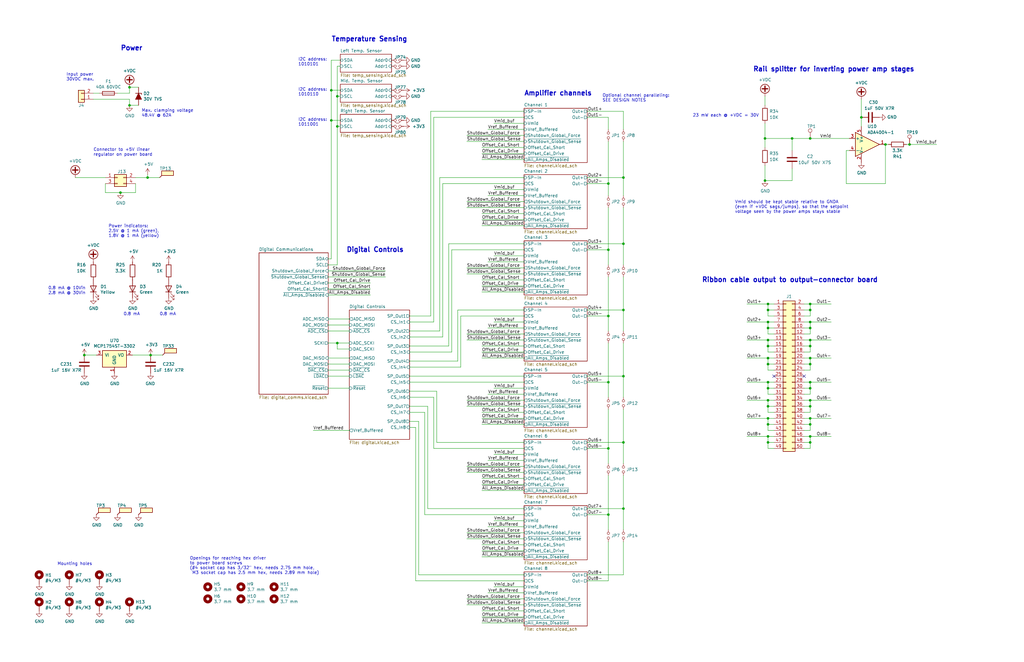
<source format=kicad_sch>
(kicad_sch (version 20211123) (generator eeschema)
  (paper "B")
  (title_block (title "Shim amplifier control board") (date "2023-05-04") (rev "D4") (company "Martinos Center @ MGH") (comment 1 "Don Straney"))
  (junction (at 341.63 128.27))
  (junction (at 262.89 186.69))
  (junction (at 62.23 74.93))
  (junction (at 341.63 138.43))
  (junction (at 323.85 179.07))
  (junction (at 54.61 36.83))
  (junction (at 323.85 135.89))
  (junction (at 323.85 168.91))
  (junction (at 35.56 149.86))
  (junction (at 262.89 214.63))
  (junction (at 341.63 135.89))
  (junction (at 323.85 184.15))
  (junction (at 341.63 184.15))
  (junction (at 341.63 146.05))
  (junction (at 341.63 171.45))
  (junction (at 256.54 133.35))
  (junction (at 341.63 58.42))
  (junction (at 262.89 102.87))
  (junction (at 139.7 50.8))
  (junction (at 341.63 179.07))
  (junction (at 334.01 58.42))
  (junction (at 373.38 60.96))
  (junction (at 262.89 130.81))
  (junction (at 341.63 130.81))
  (junction (at 341.63 153.67))
  (junction (at 363.22 49.53))
  (junction (at 323.85 176.53))
  (junction (at 322.58 76.2))
  (junction (at 142.24 40.64))
  (junction (at 323.85 128.27))
  (junction (at 142.24 53.34))
  (junction (at 256.54 189.23))
  (junction (at 323.85 161.29))
  (junction (at 262.89 158.75))
  (junction (at 256.54 77.47))
  (junction (at 341.63 176.53))
  (junction (at 323.85 186.69))
  (junction (at 383.54 60.96))
  (junction (at 50.8 81.28))
  (junction (at 142.24 144.78))
  (junction (at 256.54 161.29))
  (junction (at 323.85 138.43))
  (junction (at 323.85 143.51))
  (junction (at 262.89 74.93))
  (junction (at 139.7 38.1))
  (junction (at 256.54 217.17))
  (junction (at 63.5 149.86))
  (junction (at 323.85 151.13))
  (junction (at 341.63 161.29))
  (junction (at 256.54 105.41))
  (junction (at 323.85 171.45))
  (junction (at 341.63 163.83))
  (junction (at 323.85 153.67))
  (junction (at 323.85 146.05))
  (junction (at 341.63 143.51))
  (junction (at 323.85 163.83))
  (junction (at 322.58 58.42))
  (junction (at 341.63 168.91))
  (junction (at 323.85 130.81))
  (junction (at 341.63 151.13))
  (junction (at 341.63 186.69))
  (junction (at 54.61 44.45))
  (no_connect (at 339.09 158.75))
  (no_connect (at 326.39 158.75))
  (wire (pts (xy 220.98 49.53) (xy 182.88 49.53)))
  (wire (pts (xy 339.09 181.61) (xy 341.63 181.61)))
  (wire (pts (xy 220.98 222.25) (xy 205.74 222.25)))
  (wire (pts (xy 326.39 173.99) (xy 323.85 173.99)))
  (wire (pts (xy 262.89 144.78) (xy 262.89 158.75)))
  (wire (pts (xy 341.63 133.35) (xy 341.63 130.81)))
  (wire (pts (xy 256.54 139.7) (xy 256.54 133.35)))
  (wire (pts (xy 339.09 140.97) (xy 341.63 140.97)))
  (wire (pts (xy 247.65 245.11) (xy 256.54 245.11)))
  (wire (pts (xy 63.5 149.86) (xy 68.58 149.86)))
  (wire (pts (xy 142.24 27.94) (xy 142.24 40.64)))
  (wire (pts (xy 323.85 173.99) (xy 323.85 171.45)))
  (wire (pts (xy 175.26 245.11) (xy 220.98 245.11)))
  (wire (pts (xy 184.15 186.69) (xy 220.98 186.69)))
  (wire (pts (xy 220.98 95.25) (xy 203.2 95.25)))
  (wire (pts (xy 247.65 217.17) (xy 256.54 217.17)))
  (wire (pts (xy 175.26 180.34) (xy 172.72 180.34)))
  (wire (pts (xy 262.89 172.72) (xy 262.89 186.69)))
  (wire (pts (xy 262.89 167.64) (xy 262.89 158.75)))
  (wire (pts (xy 220.98 82.55) (xy 205.74 82.55)))
  (wire (pts (xy 220.98 146.05) (xy 203.2 146.05)))
  (wire (pts (xy 220.98 232.41) (xy 203.2 232.41)))
  (wire (pts (xy 175.26 180.34) (xy 175.26 245.11)))
  (wire (pts (xy 172.72 142.24) (xy 186.69 142.24)))
  (wire (pts (xy 172.72 133.35) (xy 181.61 133.35)))
  (wire (pts (xy 247.65 130.81) (xy 262.89 130.81)))
  (wire (pts (xy 341.63 140.97) (xy 341.63 138.43)))
  (wire (pts (xy 322.58 76.2) (xy 334.01 76.2)))
  (wire (pts (xy 208.28 52.07) (xy 220.98 52.07)))
  (wire (pts (xy 326.39 128.27) (xy 323.85 128.27)))
  (wire (pts (xy 220.98 133.35) (xy 194.31 133.35)))
  (wire (pts (xy 323.85 181.61) (xy 323.85 179.07)))
  (wire (pts (xy 220.98 194.31) (xy 205.74 194.31)))
  (wire (pts (xy 138.43 111.76) (xy 142.24 111.76)))
  (wire (pts (xy 139.7 50.8) (xy 139.7 109.22)))
  (wire (pts (xy 341.63 130.81) (xy 341.63 128.27)))
  (wire (pts (xy 322.58 58.42) (xy 322.58 52.07)))
  (wire (pts (xy 57.15 74.93) (xy 62.23 74.93)))
  (wire (pts (xy 339.09 186.69) (xy 341.63 186.69)))
  (wire (pts (xy 323.85 128.27) (xy 314.96 128.27)))
  (wire (pts (xy 341.63 181.61) (xy 341.63 179.07)))
  (wire (pts (xy 341.63 176.53) (xy 350.52 176.53)))
  (wire (pts (xy 220.98 217.17) (xy 179.07 217.17)))
  (wire (pts (xy 220.98 90.17) (xy 203.2 90.17)))
  (wire (pts (xy 220.98 151.13) (xy 203.2 151.13)))
  (wire (pts (xy 247.65 242.57) (xy 262.89 242.57)))
  (wire (pts (xy 262.89 111.76) (xy 262.89 102.87)))
  (wire (pts (xy 182.88 135.89) (xy 172.72 135.89)))
  (wire (pts (xy 334.01 58.42) (xy 322.58 58.42)))
  (wire (pts (xy 322.58 40.64) (xy 322.58 44.45)))
  (wire (pts (xy 323.85 130.81) (xy 323.85 128.27)))
  (wire (pts (xy 44.45 74.93) (xy 31.75 74.93)))
  (wire (pts (xy 162.56 114.3) (xy 138.43 114.3)))
  (wire (pts (xy 247.65 186.69) (xy 262.89 186.69)))
  (wire (pts (xy 180.34 171.45) (xy 180.34 214.63)))
  (wire (pts (xy 323.85 133.35) (xy 323.85 130.81)))
  (wire (pts (xy 326.39 151.13) (xy 323.85 151.13)))
  (wire (pts (xy 220.98 92.71) (xy 203.2 92.71)))
  (wire (pts (xy 323.85 163.83) (xy 323.85 161.29)))
  (wire (pts (xy 341.63 138.43) (xy 341.63 135.89)))
  (wire (pts (xy 196.85 224.79) (xy 220.98 224.79)))
  (wire (pts (xy 247.65 77.47) (xy 256.54 77.47)))
  (wire (pts (xy 326.39 133.35) (xy 323.85 133.35)))
  (wire (pts (xy 326.39 166.37) (xy 323.85 166.37)))
  (wire (pts (xy 326.39 181.61) (xy 323.85 181.61)))
  (wire (pts (xy 341.63 156.21) (xy 341.63 153.67)))
  (wire (pts (xy 322.58 62.23) (xy 322.58 58.42)))
  (wire (pts (xy 323.85 166.37) (xy 323.85 163.83)))
  (wire (pts (xy 220.98 250.19) (xy 205.74 250.19)))
  (wire (pts (xy 341.63 58.42) (xy 358.14 58.42)))
  (wire (pts (xy 143.51 53.34) (xy 142.24 53.34)))
  (wire (pts (xy 143.51 40.64) (xy 142.24 40.64)))
  (wire (pts (xy 220.98 257.81) (xy 203.2 257.81)))
  (wire (pts (xy 323.85 146.05) (xy 323.85 143.51)))
  (wire (pts (xy 220.98 207.01) (xy 203.2 207.01)))
  (wire (pts (xy 176.53 177.8) (xy 176.53 242.57)))
  (wire (pts (xy 363.22 41.91) (xy 363.22 49.53)))
  (wire (pts (xy 142.24 144.78) (xy 147.32 144.78)))
  (wire (pts (xy 196.85 171.45) (xy 220.98 171.45)))
  (wire (pts (xy 256.54 82.55) (xy 256.54 77.47)))
  (wire (pts (xy 220.98 234.95) (xy 203.2 234.95)))
  (wire (pts (xy 256.54 189.23) (xy 256.54 195.58)))
  (wire (pts (xy 54.61 44.45) (xy 54.61 41.91)))
  (wire (pts (xy 341.63 146.05) (xy 341.63 143.51)))
  (wire (pts (xy 326.39 176.53) (xy 323.85 176.53)))
  (wire (pts (xy 184.15 165.1) (xy 184.15 186.69)))
  (wire (pts (xy 208.28 191.77) (xy 220.98 191.77)))
  (wire (pts (xy 341.63 148.59) (xy 341.63 146.05)))
  (wire (pts (xy 196.85 59.69) (xy 220.98 59.69)))
  (wire (pts (xy 247.65 105.41) (xy 256.54 105.41)))
  (wire (pts (xy 220.98 105.41) (xy 190.5 105.41)))
  (wire (pts (xy 196.85 227.33) (xy 220.98 227.33)))
  (wire (pts (xy 143.51 50.8) (xy 139.7 50.8)))
  (wire (pts (xy 220.98 54.61) (xy 205.74 54.61)))
  (wire (pts (xy 54.61 36.83) (xy 54.61 39.37)))
  (wire (pts (xy 339.09 179.07) (xy 341.63 179.07)))
  (wire (pts (xy 50.8 81.28) (xy 57.15 81.28)))
  (wire (pts (xy 326.39 140.97) (xy 323.85 140.97)))
  (wire (pts (xy 147.32 137.16) (xy 138.43 137.16)))
  (wire (pts (xy 220.98 123.19) (xy 203.2 123.19)))
  (wire (pts (xy 326.39 148.59) (xy 323.85 148.59)))
  (wire (pts (xy 196.85 168.91) (xy 220.98 168.91)))
  (wire (pts (xy 326.39 161.29) (xy 323.85 161.29)))
  (wire (pts (xy 356.87 63.5) (xy 358.14 63.5)))
  (wire (pts (xy 185.42 139.7) (xy 172.72 139.7)))
  (wire (pts (xy 172.72 167.64) (xy 182.88 167.64)))
  (wire (pts (xy 326.39 138.43) (xy 323.85 138.43)))
  (wire (pts (xy 256.54 217.17) (xy 256.54 223.52)))
  (wire (pts (xy 339.09 135.89) (xy 341.63 135.89)))
  (wire (pts (xy 323.85 148.59) (xy 323.85 146.05)))
  (wire (pts (xy 326.39 171.45) (xy 323.85 171.45)))
  (wire (pts (xy 256.54 172.72) (xy 256.54 189.23)))
  (wire (pts (xy 326.39 156.21) (xy 323.85 156.21)))
  (wire (pts (xy 196.85 113.03) (xy 220.98 113.03)))
  (wire (pts (xy 334.01 58.42) (xy 341.63 58.42)))
  (wire (pts (xy 142.24 147.32) (xy 142.24 144.78)))
  (wire (pts (xy 326.39 153.67) (xy 323.85 153.67)))
  (wire (pts (xy 172.72 152.4) (xy 193.04 152.4)))
  (wire (pts (xy 172.72 165.1) (xy 184.15 165.1)))
  (wire (pts (xy 341.63 163.83) (xy 341.63 161.29)))
  (wire (pts (xy 382.27 60.96) (xy 383.54 60.96)))
  (wire (pts (xy 339.09 130.81) (xy 341.63 130.81)))
  (wire (pts (xy 220.98 67.31) (xy 203.2 67.31)))
  (wire (pts (xy 147.32 147.32) (xy 142.24 147.32)))
  (wire (pts (xy 143.51 27.94) (xy 142.24 27.94)))
  (wire (pts (xy 220.98 262.89) (xy 203.2 262.89)))
  (wire (pts (xy 196.85 87.63) (xy 220.98 87.63)))
  (wire (pts (xy 139.7 25.4) (xy 143.51 25.4)))
  (wire (pts (xy 220.98 176.53) (xy 203.2 176.53)))
  (wire (pts (xy 189.23 146.05) (xy 172.72 146.05)))
  (wire (pts (xy 147.32 156.21) (xy 138.43 156.21)))
  (wire (pts (xy 185.42 74.93) (xy 220.98 74.93)))
  (wire (pts (xy 339.09 128.27) (xy 341.63 128.27)))
  (wire (pts (xy 186.69 77.47) (xy 186.69 142.24)))
  (wire (pts (xy 363.22 49.53) (xy 363.22 53.34)))
  (wire (pts (xy 179.07 173.99) (xy 172.72 173.99)))
  (wire (pts (xy 341.63 135.89) (xy 350.52 135.89)))
  (wire (pts (xy 208.28 80.01) (xy 220.98 80.01)))
  (wire (pts (xy 55.88 149.86) (xy 63.5 149.86)))
  (wire (pts (xy 220.98 173.99) (xy 203.2 173.99)))
  (wire (pts (xy 341.63 128.27) (xy 350.52 128.27)))
  (wire (pts (xy 383.54 60.96) (xy 394.97 60.96)))
  (wire (pts (xy 339.09 143.51) (xy 341.63 143.51)))
  (wire (pts (xy 190.5 105.41) (xy 190.5 148.59)))
  (wire (pts (xy 208.28 247.65) (xy 220.98 247.65)))
  (wire (pts (xy 194.31 133.35) (xy 194.31 154.94)))
  (wire (pts (xy 339.09 146.05) (xy 341.63 146.05)))
  (wire (pts (xy 334.01 76.2) (xy 334.01 71.12)))
  (wire (pts (xy 341.63 153.67) (xy 341.63 151.13)))
  (wire (pts (xy 326.39 163.83) (xy 323.85 163.83)))
  (wire (pts (xy 172.72 158.75) (xy 220.98 158.75)))
  (wire (pts (xy 208.28 163.83) (xy 220.98 163.83)))
  (wire (pts (xy 139.7 25.4) (xy 139.7 38.1)))
  (wire (pts (xy 196.85 115.57) (xy 220.98 115.57)))
  (wire (pts (xy 54.61 36.83) (xy 58.42 36.83)))
  (wire (pts (xy 182.88 167.64) (xy 182.88 189.23)))
  (wire (pts (xy 41.91 39.37) (xy 39.37 39.37)))
  (wire (pts (xy 138.43 134.62) (xy 147.32 134.62)))
  (wire (pts (xy 247.65 49.53) (xy 256.54 49.53)))
  (wire (pts (xy 323.85 179.07) (xy 323.85 176.53)))
  (wire (pts (xy 339.09 156.21) (xy 341.63 156.21)))
  (wire (pts (xy 54.61 41.91) (xy 39.37 41.91)))
  (wire (pts (xy 323.85 171.45) (xy 323.85 168.91)))
  (wire (pts (xy 50.8 81.28) (xy 44.45 81.28)))
  (wire (pts (xy 326.39 186.69) (xy 323.85 186.69)))
  (wire (pts (xy 196.85 255.27) (xy 220.98 255.27)))
  (wire (pts (xy 189.23 102.87) (xy 220.98 102.87)))
  (wire (pts (xy 323.85 143.51) (xy 314.96 143.51)))
  (wire (pts (xy 339.09 148.59) (xy 341.63 148.59)))
  (wire (pts (xy 339.09 176.53) (xy 341.63 176.53)))
  (wire (pts (xy 172.72 161.29) (xy 220.98 161.29)))
  (wire (pts (xy 339.09 184.15) (xy 341.63 184.15)))
  (wire (pts (xy 139.7 38.1) (xy 139.7 50.8)))
  (wire (pts (xy 49.53 39.37) (xy 54.61 39.37)))
  (wire (pts (xy 138.43 139.7) (xy 147.32 139.7)))
  (wire (pts (xy 44.45 81.28) (xy 44.45 77.47)))
  (wire (pts (xy 172.72 177.8) (xy 176.53 177.8)))
  (wire (pts (xy 339.09 133.35) (xy 341.63 133.35)))
  (wire (pts (xy 208.28 135.89) (xy 220.98 135.89)))
  (wire (pts (xy 341.63 143.51) (xy 350.52 143.51)))
  (wire (pts (xy 334.01 63.5) (xy 334.01 58.42)))
  (wire (pts (xy 247.65 133.35) (xy 256.54 133.35)))
  (wire (pts (xy 196.85 199.39) (xy 220.98 199.39)))
  (wire (pts (xy 147.32 181.61) (xy 132.08 181.61)))
  (wire (pts (xy 147.32 151.13) (xy 138.43 151.13)))
  (wire (pts (xy 323.85 168.91) (xy 314.96 168.91)))
  (wire (pts (xy 326.39 143.51) (xy 323.85 143.51)))
  (wire (pts (xy 326.39 146.05) (xy 323.85 146.05)))
  (wire (pts (xy 142.24 53.34) (xy 142.24 111.76)))
  (wire (pts (xy 262.89 87.63) (xy 262.89 102.87)))
  (wire (pts (xy 326.39 189.23) (xy 323.85 189.23)))
  (wire (pts (xy 220.98 64.77) (xy 203.2 64.77)))
  (wire (pts (xy 220.98 201.93) (xy 203.2 201.93)))
  (wire (pts (xy 341.63 173.99) (xy 341.63 171.45)))
  (wire (pts (xy 356.87 77.47) (xy 356.87 63.5)))
  (wire (pts (xy 339.09 168.91) (xy 341.63 168.91)))
  (wire (pts (xy 220.98 204.47) (xy 203.2 204.47)))
  (wire (pts (xy 256.54 87.63) (xy 256.54 105.41)))
  (wire (pts (xy 339.09 153.67) (xy 341.63 153.67)))
  (wire (pts (xy 341.63 161.29) (xy 350.52 161.29)))
  (wire (pts (xy 341.63 168.91) (xy 350.52 168.91)))
  (wire (pts (xy 180.34 214.63) (xy 220.98 214.63)))
  (wire (pts (xy 256.54 54.61) (xy 256.54 49.53)))
  (wire (pts (xy 339.09 163.83) (xy 341.63 163.83)))
  (wire (pts (xy 147.32 163.83) (xy 138.43 163.83)))
  (wire (pts (xy 176.53 242.57) (xy 220.98 242.57)))
  (wire (pts (xy 196.85 57.15) (xy 220.98 57.15)))
  (wire (pts (xy 256.54 228.6) (xy 256.54 245.11)))
  (wire (pts (xy 193.04 130.81) (xy 193.04 152.4)))
  (wire (pts (xy 262.89 46.99) (xy 262.89 54.61)))
  (wire (pts (xy 256.54 59.69) (xy 256.54 77.47)))
  (wire (pts (xy 54.61 44.45) (xy 58.42 44.45)))
  (wire (pts (xy 138.43 144.78) (xy 142.24 144.78)))
  (wire (pts (xy 262.89 116.84) (xy 262.89 130.81)))
  (wire (pts (xy 193.04 130.81) (xy 220.98 130.81)))
  (wire (pts (xy 220.98 110.49) (xy 205.74 110.49)))
  (wire (pts (xy 323.85 161.29) (xy 314.96 161.29)))
  (wire (pts (xy 323.85 186.69) (xy 323.85 184.15)))
  (wire (pts (xy 138.43 119.38) (xy 156.21 119.38)))
  (wire (pts (xy 220.98 166.37) (xy 205.74 166.37)))
  (wire (pts (xy 256.54 167.64) (xy 256.54 161.29)))
  (wire (pts (xy 220.98 148.59) (xy 203.2 148.59)))
  (wire (pts (xy 323.85 135.89) (xy 314.96 135.89)))
  (wire (pts (xy 323.85 184.15) (xy 314.96 184.15)))
  (wire (pts (xy 196.85 85.09) (xy 220.98 85.09)))
  (wire (pts (xy 262.89 139.7) (xy 262.89 130.81)))
  (wire (pts (xy 322.58 69.85) (xy 322.58 76.2)))
  (wire (pts (xy 262.89 59.69) (xy 262.89 74.93)))
  (wire (pts (xy 185.42 74.93) (xy 185.42 139.7)))
  (wire (pts (xy 341.63 171.45) (xy 341.63 168.91)))
  (wire (pts (xy 339.09 189.23) (xy 341.63 189.23)))
  (wire (pts (xy 196.85 140.97) (xy 220.98 140.97)))
  (wire (pts (xy 262.89 186.69) (xy 262.89 195.58)))
  (wire (pts (xy 181.61 46.99) (xy 220.98 46.99)))
  (wire (pts (xy 326.39 184.15) (xy 323.85 184.15)))
  (wire (pts (xy 62.23 73.66) (xy 62.23 74.93)))
  (wire (pts (xy 323.85 138.43) (xy 323.85 135.89)))
  (wire (pts (xy 179.07 173.99) (xy 179.07 217.17)))
  (wire (pts (xy 138.43 109.22) (xy 139.7 109.22)))
  (wire (pts (xy 208.28 107.95) (xy 220.98 107.95)))
  (wire (pts (xy 138.43 153.67) (xy 147.32 153.67)))
  (wire (pts (xy 339.09 151.13) (xy 341.63 151.13)))
  (wire (pts (xy 339.09 171.45) (xy 341.63 171.45)))
  (wire (pts (xy 194.31 154.94) (xy 172.72 154.94)))
  (wire (pts (xy 323.85 176.53) (xy 314.96 176.53)))
  (wire (pts (xy 256.54 116.84) (xy 256.54 133.35)))
  (wire (pts (xy 220.98 62.23) (xy 203.2 62.23)))
  (wire (pts (xy 208.28 219.71) (xy 220.98 219.71)))
  (wire (pts (xy 323.85 151.13) (xy 314.96 151.13)))
  (wire (pts (xy 220.98 138.43) (xy 205.74 138.43)))
  (wire (pts (xy 262.89 228.6) (xy 262.89 242.57)))
  (wire (pts (xy 162.56 116.84) (xy 138.43 116.84)))
  (wire (pts (xy 220.98 179.07) (xy 203.2 179.07)))
  (wire (pts (xy 323.85 189.23) (xy 323.85 186.69)))
  (wire (pts (xy 182.88 49.53) (xy 182.88 135.89)))
  (wire (pts (xy 138.43 121.92) (xy 156.21 121.92)))
  (wire (pts (xy 326.39 168.91) (xy 323.85 168.91)))
  (wire (pts (xy 323.85 156.21) (xy 323.85 153.67)))
  (wire (pts (xy 339.09 161.29) (xy 341.63 161.29)))
  (wire (pts (xy 326.39 135.89) (xy 323.85 135.89)))
  (wire (pts (xy 341.63 186.69) (xy 341.63 184.15)))
  (wire (pts (xy 196.85 196.85) (xy 220.98 196.85)))
  (wire (pts (xy 323.85 153.67) (xy 323.85 151.13)))
  (wire (pts (xy 341.63 166.37) (xy 341.63 163.83)))
  (wire (pts (xy 339.09 138.43) (xy 341.63 138.43)))
  (wire (pts (xy 220.98 260.35) (xy 203.2 260.35)))
  (wire (pts (xy 247.65 189.23) (xy 256.54 189.23)))
  (wire (pts (xy 138.43 124.46) (xy 156.21 124.46)))
  (wire (pts (xy 62.23 74.93) (xy 67.31 74.93)))
  (wire (pts (xy 247.65 214.63) (xy 262.89 214.63)))
  (wire (pts (xy 247.65 102.87) (xy 262.89 102.87)))
  (wire (pts (xy 256.54 111.76) (xy 256.54 105.41)))
  (wire (pts (xy 262.89 214.63) (xy 262.89 223.52)))
  (wire (pts (xy 341.63 151.13) (xy 350.52 151.13)))
  (wire (pts (xy 172.72 171.45) (xy 180.34 171.45)))
  (wire (pts (xy 196.85 143.51) (xy 220.98 143.51)))
  (wire (pts (xy 256.54 144.78) (xy 256.54 161.29)))
  (wire (pts (xy 138.43 158.75) (xy 147.32 158.75)))
  (wire (pts (xy 341.63 189.23) (xy 341.63 186.69)))
  (wire (pts (xy 220.98 118.11) (xy 203.2 118.11)))
  (wire (pts (xy 341.63 179.07) (xy 341.63 176.53)))
  (wire (pts (xy 220.98 189.23) (xy 182.88 189.23)))
  (wire (pts (xy 339.09 166.37) (xy 341.63 166.37)))
  (wire (pts (xy 262.89 200.66) (xy 262.89 214.63)))
  (wire (pts (xy 40.64 149.86) (xy 35.56 149.86)))
  (wire (pts (xy 189.23 102.87) (xy 189.23 146.05)))
  (wire (pts (xy 247.65 46.99) (xy 262.89 46.99)))
  (wire (pts (xy 220.98 229.87) (xy 203.2 229.87)))
  (wire (pts (xy 326.39 130.81) (xy 323.85 130.81)))
  (wire (pts (xy 220.98 120.65) (xy 203.2 120.65)))
  (wire (pts (xy 142.24 40.64) (xy 142.24 53.34)))
  (wire (pts (xy 172.72 148.59) (xy 190.5 148.59)))
  (wire (pts (xy 196.85 252.73) (xy 220.98 252.73)))
  (wire (pts (xy 247.65 158.75) (xy 262.89 158.75)))
  (wire (pts (xy 143.51 38.1) (xy 139.7 38.1)))
  (wire (pts (xy 323.85 140.97) (xy 323.85 138.43)))
  (wire (pts (xy 341.63 184.15) (xy 350.52 184.15)))
  (wire (pts (xy 373.38 60.96) (xy 374.65 60.96)))
  (wire (pts (xy 356.87 77.47) (xy 373.38 77.47)))
  (wire (pts (xy 256.54 200.66) (xy 256.54 217.17)))
  (wire (pts (xy 247.65 161.29) (xy 256.54 161.29)))
  (wire (pts (xy 181.61 46.99) (xy 181.61 133.35)))
  (wire (pts (xy 57.15 81.28) (xy 57.15 77.47)))
  (wire (pts (xy 247.65 74.93) (xy 262.89 74.93)))
  (wire (pts (xy 339.09 173.99) (xy 341.63 173.99)))
  (wire (pts (xy 373.38 77.47) (xy 373.38 60.96)))
  (wire (pts (xy 326.39 179.07) (xy 323.85 179.07)))
  (wire (pts (xy 186.69 77.47) (xy 220.98 77.47)))
  (wire (pts (xy 262.89 82.55) (xy 262.89 74.93)))
  (text "Mounting holes" (at 24.13 238.76 0) (effects (font (size 1.27 1.27)) (justify left bottom)))
  (text "0.8 mA @ 10Vin\n2.8 mA @ 30Vin" (at 20.32 124.46 0) (effects (font (size 1.27 1.27)) (justify left bottom)))
  (text "Input power\n30VDC max." (at 27.94 34.29 0) (effects (font (size 1.27 1.27)) (justify left bottom)))
  (text "Openings for reaching hex driver\nto power board screws\n(#4 socket cap has 3/32\" hex, needs 2.75 mm hole,\n M3 socket cap has 2.5 mm hex, needs 2.89 mm hole)" (at 80.01 242.57 0) (effects (font (size 1.27 1.27)) (justify left bottom)))
  (text "Ribbon cable output to output-connector board" (at 295.91 119.38 0) (effects (font (size 2.0066 2.0066) (thickness 0.4013) bold) (justify left bottom)))
  (text "Optional channel paralleling:\nSEE DESIGN NOTES" (at 254 43.18 0) (effects (font (size 1.27 1.27)) (justify left bottom)))
  (text "Temperature Sensing" (at 139.7 17.78 0) (effects (font (size 2.0066 2.0066) (thickness 0.4013) bold) (justify left bottom)))
  (text "Power indicators:\n2.5V @ 1 mA (green),\n1.8V @ 1 mA (yellow)" (at 45.72 100.33 0) (effects (font (size 1.27 1.27)) (justify left bottom)))
  (text "Amplifier channels" (at 220.98 40.64 0) (effects (font (size 2.0066 2.0066) (thickness 0.4013) bold) (justify left bottom)))
  (text "Connector to +5V linear\nregulator on power board" (at 39.37 66.04 0) (effects (font (size 1.27 1.27)) (justify left bottom)))
  (text "I2C address:\n1011001" (at 125.73 53.34 0) (effects (font (size 1.27 1.27)) (justify left bottom)))
  (text "I2C address:\n1010101" (at 125.73 27.94 0) (effects (font (size 1.27 1.27)) (justify left bottom)))
  (text "Rail splitter for inverting power amp stages" (at 317.5 30.48 0) (effects (font (size 2.0066 2.0066) (thickness 0.4013) bold) (justify left bottom)))
  (text "Power" (at 50.8 21.59 0) (effects (font (size 2.0066 2.0066) (thickness 0.4013) bold) (justify left bottom)))
  (text "Vmid should be kept stable relative to GNDA\n(even if +VDC sags/jumps), so that the setpoint\nvoltage seen by the power amps stays stable" (at 309.88 90.17 0) (effects (font (size 1.27 1.27)) (justify left bottom)))
  (text "Max. clamping voltage\n48.4V @ 62A" (at 59.69 49.53 0) (effects (font (size 1.27 1.27)) (justify left bottom)))
  (text "Digital Controls" (at 146.05 106.68 0) (effects (font (size 2.0066 2.0066) (thickness 0.4013) bold) (justify left bottom)))
  (text "0.8 mA" (at 52.07 133.35 0) (effects (font (size 1.27 1.27)) (justify left bottom)))
  (text "I2C address:\n1010110" (at 125.73 40.64 0) (effects (font (size 1.27 1.27)) (justify left bottom)))
  (text "23 mW each @ +VDC = 30V" (at 292.1 49.53 0) (effects (font (size 1.27 1.27)) (justify left bottom)))
  (text "0.8 mA" (at 67.31 133.35 0) (effects (font (size 1.27 1.27)) (justify left bottom)))
  (label "Out4-" (at 350.52 151.13 180))
  (label "Vref_Buffered" (at 205.74 138.43 0))
  (label "Offset_Cal_Drive" (at 156.21 119.38 180))
  (label "Vmid_buf" (at 208.28 219.71 0))
  (label "Offset_Cal_Drive" (at 203.2 148.59 0))
  (label "Out1+" (at 254 46.99 180))
  (label "Out4-" (at 254 133.35 180))
  (label "Vmid_buf" (at 208.28 52.07 0))
  (label "Out2-" (at 350.52 135.89 180))
  (label "Shutdown_Global_Force" (at 196.85 57.15 0))
  (label "Vref_Buffered" (at 205.74 194.31 0))
  (label "Offset_Cal_Short" (at 203.2 118.11 0))
  (label "Vref_Buffered" (at 205.74 222.25 0))
  (label "Out3-" (at 350.52 143.51 180))
  (label "Vmid_buf" (at 208.28 107.95 0))
  (label "~{Shutdown_Global_Sense}" (at 162.56 116.84 180))
  (label "Vmid_buf" (at 208.28 163.83 0))
  (label "Out6-" (at 254 189.23 180))
  (label "~{Shutdown_Global_Sense}" (at 196.85 87.63 0))
  (label "Shutdown_Global_Force" (at 196.85 140.97 0))
  (label "~{All_Amps_Disabled}" (at 203.2 262.89 0))
  (label "~{Shutdown_Global_Sense}" (at 196.85 171.45 0))
  (label "Vmid_buf" (at 208.28 80.01 0))
  (label "Out8+" (at 314.96 184.15 0))
  (label "Out5+" (at 314.96 161.29 0))
  (label "Vref_Buffered" (at 205.74 250.19 0))
  (label "~{All_Amps_Disabled}" (at 203.2 95.25 0))
  (label "~{All_Amps_Disabled}" (at 203.2 179.07 0))
  (label "Offset_Cal_Drive" (at 203.2 176.53 0))
  (label "Out7+" (at 314.96 176.53 0))
  (label "Offset_Cal_Short" (at 203.2 173.99 0))
  (label "Out3-" (at 254 105.41 180))
  (label "Out7-" (at 350.52 176.53 180))
  (label "Shutdown_Global_Force" (at 196.85 224.79 0))
  (label "Offset_Cal_Short" (at 203.2 201.93 0))
  (label "Offset_Cal_Drive" (at 203.2 260.35 0))
  (label "Out8-" (at 350.52 184.15 180))
  (label "Out7-" (at 254 217.17 180))
  (label "Offset_Cal_Short" (at 203.2 229.87 0))
  (label "Vmid_buf" (at 394.97 60.96 180))
  (label "Out5+" (at 254 158.75 180))
  (label "~{Shutdown_Global_Sense}" (at 196.85 143.51 0))
  (label "Shutdown_Global_Force" (at 196.85 252.73 0))
  (label "Vref_Buffered" (at 132.08 181.61 0))
  (label "Out6+" (at 254 186.69 180))
  (label "Out2-" (at 254 77.47 180))
  (label "Out5-" (at 254 161.29 180))
  (label "~{Shutdown_Global_Sense}" (at 196.85 255.27 0))
  (label "Offset_Cal_Drive" (at 203.2 232.41 0))
  (label "Vref_Buffered" (at 205.74 82.55 0))
  (label "Shutdown_Global_Force" (at 196.85 168.91 0))
  (label "~{All_Amps_Disabled}" (at 203.2 207.01 0))
  (label "Vref_Buffered" (at 205.74 166.37 0))
  (label "~{Shutdown_Global_Sense}" (at 196.85 59.69 0))
  (label "Out2+" (at 314.96 135.89 0))
  (label "Out3+" (at 314.96 143.51 0))
  (label "Offset_Cal_Drive" (at 203.2 64.77 0))
  (label "~{All_Amps_Disabled}" (at 156.21 124.46 180))
  (label "Out1-" (at 254 49.53 180))
  (label "Shutdown_Global_Force" (at 162.56 114.3 180))
  (label "~{All_Amps_Disabled}" (at 203.2 67.31 0))
  (label "Vmid" (at 350.52 58.42 180))
  (label "Out4+" (at 254 130.81 180))
  (label "Out7+" (at 254 214.63 180))
  (label "~{Shutdown_Global_Sense}" (at 196.85 199.39 0))
  (label "Out8+" (at 254 242.57 180))
  (label "Shutdown_Global_Force" (at 196.85 85.09 0))
  (label "Out2+" (at 254 74.93 180))
  (label "Offset_Cal_Drive" (at 203.2 120.65 0))
  (label "~{All_Amps_Disabled}" (at 203.2 151.13 0))
  (label "~{Shutdown_Global_Sense}" (at 196.85 227.33 0))
  (label "Offset_Cal_Drive" (at 203.2 92.71 0))
  (label "Offset_Cal_Short" (at 203.2 146.05 0))
  (label "Out1+" (at 314.96 128.27 0))
  (label "Vref_Buffered" (at 205.74 110.49 0))
  (label "Shutdown_Global_Force" (at 196.85 196.85 0))
  (label "Out3+" (at 254 102.87 180))
  (label "Out4+" (at 314.96 151.13 0))
  (label "Offset_Cal_Short" (at 203.2 62.23 0))
  (label "~{All_Amps_Disabled}" (at 203.2 123.19 0))
  (label "Out5-" (at 350.52 161.29 180))
  (label "Offset_Cal_Short" (at 203.2 257.81 0))
  (label "Offset_Cal_Short" (at 203.2 90.17 0))
  (label "Vmid_buf" (at 208.28 247.65 0))
  (label "Out6+" (at 314.96 168.91 0))
  (label "~{Shutdown_Global_Sense}" (at 196.85 115.57 0))
  (label "Vmid_buf" (at 208.28 191.77 0))
  (label "~{All_Amps_Disabled}" (at 203.2 234.95 0))
  (label "Offset_Cal_Short" (at 156.21 121.92 180))
  (label "Shutdown_Global_Force" (at 196.85 113.03 0))
  (label "Out1-" (at 350.52 128.27 180))
  (label "Out8-" (at 254 245.11 180))
  (label "Vref_Buffered" (at 205.74 54.61 0))
  (label "Vmid_buf" (at 208.28 135.89 0))
  (label "Out6-" (at 350.52 168.91 180))
  (label "Offset_Cal_Drive" (at 203.2 204.47 0))
  (symbol (lib_id "power:+VDC") (at 322.58 40.64 0) (mirror y) (unit 1)
    (property "Reference" "#PWR0110" (effects hide))
    (property "Value" "+VDC" (at 322.58 33.655 0))
  )
  (symbol (lib_id "Connector_Generic:Conn_01x02") (at 34.29 41.91 180) (unit 1)
    (property "Reference" "J4" (at 34.29 44.45 0))
    (property "Value" "Conn_01x02" (effects hide))
    (property "Footprint" "Martinos:Connector_Combo_Molex_386608802_Phoenix_1792229" (effects hide))
    (property "Type" "Through-hole" (effects hide))
    (property "Notes" "Populate choice of either Molex 386608802 (screw) or Phoenix 1792229 (lever spring)" (effects hide))
  )
  (symbol (lib_id "Device:LED") (at 55.88 121.92 90) (unit 1)
    (property "Reference" "D3" (at 58.8518 120.9294 90) (effects (justify right)))
    (property "Value" "Green" (at 58.8518 123.2408 90) (effects (justify right)))
    (property "Footprint" "Martinos:LED_Kingbright_APA3010_3x2mm_Horizontal" (effects hide))
    (property "Manufacturer" "Kingbright" (effects hide))
    (property "Part Number" "APA3010ZGC-GX" (effects hide))
    (property "Type" "SMT" (effects hide))
  )
  (symbol (lib_id "power:+VDC") (at 54.61 36.83 0) (mirror y) (unit 1)
    (property "Reference" "#PWR0156" (effects hide))
    (property "Value" "+VDC" (at 54.61 29.845 0))
  )
  (symbol (lib_id "Device:R") (at 322.58 48.26 180) (unit 1)
    (property "Reference" "R34" (at 326.39 46.99 0))
    (property "Value" "10K" (at 326.39 49.53 0))
    (property "Footprint" "Resistor_SMD:R_0805_2012Metric" (effects hide))
    (property "Type" "SMT" (effects hide))
    (property "Manufacturer" "KOA Speer" (effects hide))
    (property "Part Number" "RK73H2ATTE1002F" (effects hide))
  )
  (symbol (lib_id "Device:R") (at 322.58 66.04 180) (unit 1)
    (property "Reference" "R35" (at 326.39 64.77 0))
    (property "Value" "10K" (at 326.39 67.31 0))
    (property "Footprint" "Resistor_SMD:R_0805_2012Metric" (effects hide))
    (property "Type" "SMT" (effects hide))
    (property "Manufacturer" "KOA Speer" (effects hide))
    (property "Part Number" "RK73H2ATTE1002F" (effects hide))
  )
  (symbol (lib_id "Device:R") (at 55.88 114.3 0) (mirror y) (unit 1)
    (property "Reference" "R25" (at 50.8 111.76 0))
    (property "Value" "3.3K" (at 50.8 114.3 0))
    (property "Footprint" "Resistor_SMD:R_0805_2012Metric" (effects hide))
    (property "Type" "SMT" (effects hide))
    (property "Manufacturer" "KOA Speer" (effects hide))
    (property "Part Number" "RK73H2ATTD3301F" (effects hide))
  )
  (symbol (lib_id "power:+5V") (at 55.88 110.49 0) (unit 1)
    (property "Reference" "#PWR0159" (effects hide))
    (property "Value" "+5V" (at 56.261 106.0958 0))
  )
  (symbol (lib_id "Device:LED") (at 39.37 121.92 90) (unit 1)
    (property "Reference" "D1" (at 42.3418 120.9294 90) (effects (justify right)))
    (property "Value" "Yellow" (at 42.3418 123.2408 90) (effects (justify right)))
    (property "Footprint" "Martinos:LED_Kingbright_APA3010_3x2mm_Horizontal" (effects hide))
    (property "Manufacturer" "Kingbright" (effects hide))
    (property "Part Number" "APA3010SYCK-GX" (effects hide))
    (property "Type" "SMT" (effects hide))
  )
  (symbol (lib_id "Device:R") (at 39.37 114.3 0) (mirror y) (unit 1)
    (property "Reference" "R16" (at 34.29 111.76 0))
    (property "Value" "10K" (at 34.29 114.3 0))
    (property "Footprint" "Resistor_SMD:R_0805_2012Metric" (effects hide))
    (property "Type" "SMT" (effects hide))
    (property "Manufacturer" "KOA Speer" (effects hide))
    (property "Part Number" "RK73H2ATTE1002F" (effects hide))
  )
  (symbol (lib_id "power:+VDC") (at 39.37 110.49 0) (mirror y) (unit 1)
    (property "Reference" "#PWR0162" (effects hide))
    (property "Value" "+VDC" (at 39.37 103.505 0))
  )
  (symbol (lib_id "Connector:TestPoint_Flag") (at 67.31 74.93 0) (unit 1)
    (property "Reference" "TP13" (at 67.31 71.12 0) (effects (justify left)))
    (property "Value" "TestPoint_Flag" (effects hide))
    (property "Footprint" "TestPoint:TestPoint_Keystone_5019_Minature" (effects hide))
    (property "Type" "SMT" (effects hide))
    (property "Manufacturer" "Keystone" (effects hide))
    (property "Part Number" "5019" (effects hide))
    (property "DNP" "DNP" (effects hide))
  )
  (symbol (lib_id "Connector:TestPoint_Flag") (at 40.64 217.17 0) (unit 1)
    (property "Reference" "TP3" (at 40.64 213.36 0) (effects (justify left)))
    (property "Value" "TestPoint_Flag" (effects hide))
    (property "Footprint" "TestPoint:TestPoint_Keystone_5019_Minature" (effects hide))
    (property "Type" "SMT" (effects hide))
    (property "Manufacturer" "Keystone" (effects hide))
    (property "Part Number" "5019" (effects hide))
    (property "DNP" "DNP" (effects hide))
  )
  (symbol (lib_id "Connector:TestPoint_Flag") (at 49.53 217.17 0) (unit 1)
    (property "Reference" "TP4" (at 49.53 213.36 0) (effects (justify left)))
    (property "Value" "TestPoint_Flag" (effects hide))
    (property "Footprint" "TestPoint:TestPoint_Keystone_5019_Minature" (effects hide))
    (property "Type" "SMT" (effects hide))
    (property "Manufacturer" "Keystone" (effects hide))
    (property "Part Number" "5019" (effects hide))
    (property "DNP" "DNP" (effects hide))
  )
  (symbol (lib_id "Connector:TestPoint_Flag") (at 58.42 217.17 0) (unit 1)
    (property "Reference" "TP5" (at 58.42 213.36 0) (effects (justify left)))
    (property "Value" "TestPoint_Flag" (effects hide))
    (property "Footprint" "TestPoint:TestPoint_Keystone_5019_Minature" (effects hide))
    (property "Type" "SMT" (effects hide))
    (property "Manufacturer" "Keystone" (effects hide))
    (property "Part Number" "5019" (effects hide))
    (property "DNP" "DNP" (effects hide))
  )
  (symbol (lib_id "power:+VDC") (at 31.75 74.93 0) (mirror y) (unit 1)
    (property "Reference" "#PWR0131" (effects hide))
    (property "Value" "+VDC" (at 31.75 67.945 0))
  )
  (symbol (lib_id "power:+5V") (at 62.23 73.66 0) (unit 1)
    (property "Reference" "#PWR0132" (effects hide))
    (property "Value" "+5V" (at 62.611 69.2658 0))
  )
  (symbol (lib_id "Amplifier_Operational:MCP601-xOT") (at 365.76 60.96 0) (unit 1)
    (property "Reference" "U10" (at 365.76 53.34 0) (effects (justify left)))
    (property "Value" "ADA4004-1" (at 365.76 55.88 0) (effects (justify left)))
    (property "Footprint" "Martinos_std:SOT-23-5" (effects hide))
    (property "Type" "SMT" (effects hide))
    (property "Manufacturer" "Analog Devices" (effects hide))
    (property "Manufacturer Alt." "Analog Devices" (effects hide))
    (property "Part Number" "ADA4004-1ARJZ-R7" (effects hide))
    (property "Part Number Alt." "ADA4004-1ARJZ-R2" (effects hide))
  )
  (symbol (lib_id "Device:R") (at 378.46 60.96 90) (unit 1)
    (property "Reference" "R41" (at 378.46 66.04 90))
    (property "Value" "3.3K" (at 378.46 63.5 90))
    (property "Footprint" "Resistor_SMD:R_0805_2012Metric" (effects hide))
    (property "Type" "SMT" (effects hide))
    (property "Manufacturer" "KOA Speer" (effects hide))
    (property "Part Number" "RK73H2ATTD3301F" (effects hide))
  )
  (symbol (lib_id "Device:C") (at 367.03 49.53 270) (mirror x) (unit 1)
    (property "Reference" "C30" (at 368.3 43.18 90))
    (property "Value" "1uF 50V X7R" (at 370.84 45.72 90))
    (property "Footprint" "Capacitor_SMD:C_0805_2012Metric" (effects hide))
    (property "Manufacturer" "Kemet" (effects hide))
    (property "Part Number" "C0805C105K3RACTU" (effects hide))
    (property "Type" "SMT" (effects hide))
  )
  (symbol (lib_id "Mechanical:MountingHole_Pad") (at 16.51 243.84 0) (unit 1) (in_bom no)
    (property "Reference" "H1" (at 19.05 242.6716 0) (effects (justify left)))
    (property "Value" "#4/M3" (at 19.05 244.983 0) (effects (justify left)))
    (property "Footprint" "MountingHole:MountingHole_3.2mm_M3_Pad_Via" (effects hide))
  )
  (symbol (lib_id "Mechanical:MountingHole_Pad") (at 41.91 243.84 0) (unit 1) (in_bom no)
    (property "Reference" "H3" (at 44.45 242.6716 0) (effects (justify left)))
    (property "Value" "#4/M3" (at 44.45 244.983 0) (effects (justify left)))
    (property "Footprint" "MountingHole:MountingHole_3.2mm_M3_Pad_Via" (effects hide))
  )
  (symbol (lib_id "Mechanical:MountingHole_Pad") (at 16.51 255.27 0) (unit 1) (in_bom no)
    (property "Reference" "H2" (at 19.05 254.1016 0) (effects (justify left)))
    (property "Value" "#4/M3" (at 19.05 256.413 0) (effects (justify left)))
    (property "Footprint" "MountingHole:MountingHole_3.2mm_M3_Pad_Via" (effects hide))
  )
  (symbol (lib_id "Mechanical:MountingHole_Pad") (at 41.91 255.27 0) (unit 1) (in_bom no)
    (property "Reference" "H4" (at 44.45 254.1016 0) (effects (justify left)))
    (property "Value" "#4/M3" (at 44.45 256.413 0) (effects (justify left)))
    (property "Footprint" "MountingHole:MountingHole_3.2mm_M3_Pad_Via" (effects hide))
  )
  (symbol (lib_id "Connector:TestPoint") (at 383.54 60.96 0) (unit 1) (in_bom no)
    (property "Reference" "TP19" (at 382.27 55.88 0) (effects (justify left)))
    (property "Value" "TestPoint" (effects hide))
    (property "Footprint" "TestPoint:TestPoint_Pad_D1.5mm" (effects hide))
  )
  (symbol (lib_id "Connector_Generic:Conn_02x25_Odd_Even") (at 331.47 158.75 0) (unit 1)
    (property "Reference" "J1" (at 332.74 125.095 0))
    (property "Value" "Conn_02x25_Odd_Even" (effects hide))
    (property "Footprint" "Martinos_std:PinHeader_2x25_P2.54mm_Vertical_Shrouded" (effects hide))
    (property "Type" "Through-hole" (effects hide))
    (property "Manufacturer" "Sullins" (effects hide))
    (property "Manufacturer Alt." "3M" (effects hide))
    (property "Notes" "Add'l alternates include: Würth Elektronik 61205021621, On Shore Technology 302-S501" (effects hide))
    (property "Part Number" "SBH11-PBPC-D25-ST-BK" (effects hide))
    (property "Part Number Alt." "30350-6002HB" (effects hide))
  )
  (symbol (lib_id "power:GND") (at 50.8 81.28 0) (unit 1)
    (property "Reference" "#PWR0117" (effects hide))
    (property "Value" "GND" (at 50.927 85.6742 0))
  )
  (symbol (lib_id "Connector_Generic:Conn_02x02_Odd_Even") (at 49.53 74.93 0) (unit 1)
    (property "Reference" "J13" (at 49.53 72.39 0) (effects (justify left)))
    (property "Value" "Conn_02x02" (effects hide))
    (property "Footprint" "Martinos:PinSocket_2x02_P2.54mm_Vertical_SMD_BotEntry_Pin" (effects hide))
    (property "Type" "SMT" (effects hide))
    (property "Manufacturer" "Harwin" (effects hide))
    (property "Manufacturer Alt." "Samtec" (effects hide))
    (property "Part Number" "M20-7810245 / M20-7810245R" (effects hide))
    (property "Part Number Alt." "HLE-102-02-L-DV / HLE-102-02-F-DV / HLE-102-02-G-DV / HLE-102-02-S-DV / HLE-102-02-SM-DV / HLE-102-02-H-DV" (effects hide))
  )
  (symbol (lib_id "Device:C") (at 334.01 67.31 0) (mirror x) (unit 1)
    (property "Reference" "C2" (at 342.9 66.04 0) (effects (justify right)))
    (property "Value" "10uF 50V X7S" (at 350.52 68.58 0) (effects (justify right)))
    (property "Footprint" "Capacitor_SMD:C_1210_3225Metric" (effects hide))
    (property "Manufacturer" "Murata" (effects hide))
    (property "Part Number" "GCM32EC71H106KA03L" (effects hide))
    (property "Type" "SMT" (effects hide))
    (property "Manufacturer Alt." "Murata" (effects hide))
    (property "Part Number Alt." "GRM32EC72A106KE05L" (effects hide))
    (property "Notes" "Alternate part is 10uF 100V X7S" (effects hide))
  )
  (symbol (lib_id "power:GND") (at 29.21 257.81 0) (unit 1)
    (property "Reference" "#PWR0123" (effects hide))
    (property "Value" "GND" (at 29.337 262.2042 0))
  )
  (symbol (lib_id "power:GND") (at 29.21 246.38 0) (unit 1)
    (property "Reference" "#PWR0235" (effects hide))
    (property "Value" "GND" (at 29.337 250.7742 0))
  )
  (symbol (lib_id "power:GND") (at 322.58 76.2 0) (unit 1)
    (property "Reference" "#PWR0101" (effects hide))
    (property "Value" "GND" (at 322.707 80.5942 0))
  )
  (symbol (lib_id "power:GND") (at 363.22 68.58 0) (unit 1)
    (property "Reference" "#PWR0102" (effects hide))
    (property "Value" "GND" (at 363.347 72.9742 0))
  )
  (symbol (lib_id "power:GND") (at 370.84 49.53 90) (unit 1)
    (property "Reference" "#PWR0103" (effects hide))
    (property "Value" "GND" (at 374.0912 49.403 90) (effects (justify right)))
  )
  (symbol (lib_id "power:GND") (at 54.61 44.45 0) (unit 1)
    (property "Reference" "#PWR0104" (effects hide))
    (property "Value" "GND" (at 54.737 48.8442 0))
  )
  (symbol (lib_id "power:GND") (at 55.88 125.73 0) (unit 1)
    (property "Reference" "#PWR0105" (effects hide))
    (property "Value" "GND" (at 56.007 130.1242 0))
  )
  (symbol (lib_id "power:GND") (at 39.37 125.73 0) (unit 1)
    (property "Reference" "#PWR0106" (effects hide))
    (property "Value" "GND" (at 39.497 130.1242 0))
  )
  (symbol (lib_id "Device:Fuse") (at 45.72 39.37 270) (unit 1)
    (property "Reference" "F1" (at 45.72 34.3662 90))
    (property "Value" "40A 60VDC" (at 45.72 36.6776 90))
    (property "Footprint" "Martinos:Fuse_12.4x4.5mm_SMT" (effects hide))
    (property "Manufacturer" "Littelfuse" (effects hide))
    (property "Part Number" "0456040.DR" (effects hide))
    (property "Type" "SMT" (effects hide))
  )
  (symbol (lib_id "Connector:TestPoint") (at 341.63 58.42 0) (unit 1) (in_bom no)
    (property "Reference" "TP1" (at 340.36 53.34 0) (effects (justify left)))
    (property "Value" "TestPoint" (effects hide))
    (property "Footprint" "TestPoint:TestPoint_Pad_D1.5mm" (effects hide))
  )
  (symbol (lib_id "power:+VDC") (at 363.22 41.91 0) (mirror y) (unit 1)
    (property "Reference" "#PWR0107" (effects hide))
    (property "Value" "+VDC" (at 363.22 34.925 0))
  )
  (symbol (lib_id "power:GND") (at 40.64 217.17 0) (unit 1)
    (property "Reference" "#PWR0108" (effects hide))
    (property "Value" "GND" (at 40.767 221.5642 0))
  )
  (symbol (lib_id "power:GND") (at 49.53 217.17 0) (unit 1)
    (property "Reference" "#PWR0109" (effects hide))
    (property "Value" "GND" (at 49.657 221.5642 0))
  )
  (symbol (lib_id "power:GND") (at 58.42 217.17 0) (unit 1)
    (property "Reference" "#PWR0111" (effects hide))
    (property "Value" "GND" (at 58.547 221.5642 0))
  )
  (symbol (lib_id "Mechanical:MountingHole") (at 87.63 247.65 0) (unit 1) (in_bom no)
    (property "Reference" "H5" (at 90.17 246.4816 0) (effects (justify left)))
    (property "Value" "3.7 mm" (at 90.17 248.793 0) (effects (justify left)))
    (property "Footprint" "MountingHole:MountingHole_3.7mm" (effects hide))
  )
  (symbol (lib_id "Mechanical:MountingHole_Pad") (at 29.21 243.84 0) (unit 1) (in_bom no)
    (property "Reference" "H7" (at 31.75 242.6716 0) (effects (justify left)))
    (property "Value" "#4/M3" (at 31.75 244.983 0) (effects (justify left)))
    (property "Footprint" "MountingHole:MountingHole_3.2mm_M3_Pad_Via" (effects hide))
  )
  (symbol (lib_id "Mechanical:MountingHole") (at 101.6 247.65 0) (unit 1) (in_bom no)
    (property "Reference" "H9" (at 104.14 246.4816 0) (effects (justify left)))
    (property "Value" "3.7 mm" (at 104.14 248.793 0) (effects (justify left)))
    (property "Footprint" "MountingHole:MountingHole_3.7mm" (effects hide))
  )
  (symbol (lib_id "Mechanical:MountingHole") (at 87.63 252.73 0) (unit 1) (in_bom no)
    (property "Reference" "H6" (at 90.17 251.5616 0) (effects (justify left)))
    (property "Value" "3.7 mm" (at 90.17 253.873 0) (effects (justify left)))
    (property "Footprint" "MountingHole:MountingHole_3.7mm" (effects hide))
  )
  (symbol (lib_id "Mechanical:MountingHole_Pad") (at 29.21 255.27 0) (unit 1) (in_bom no)
    (property "Reference" "H8" (at 31.75 254.1016 0) (effects (justify left)))
    (property "Value" "#4/M3" (at 31.75 256.413 0) (effects (justify left)))
    (property "Footprint" "MountingHole:MountingHole_3.2mm_M3_Pad_Via" (effects hide))
  )
  (symbol (lib_id "Mechanical:MountingHole") (at 101.6 252.73 0) (unit 1) (in_bom no)
    (property "Reference" "H10" (at 104.14 251.5616 0) (effects (justify left)))
    (property "Value" "3.7 mm" (at 104.14 253.873 0) (effects (justify left)))
    (property "Footprint" "MountingHole:MountingHole_3.7mm" (effects hide))
  )
  (symbol (lib_id "power:GND") (at 41.91 257.81 0) (unit 1)
    (property "Reference" "#PWR0112" (effects hide))
    (property "Value" "GND" (at 42.037 262.2042 0))
  )
  (symbol (lib_id "power:GND") (at 16.51 257.81 0) (unit 1)
    (property "Reference" "#PWR0113" (effects hide))
    (property "Value" "GND" (at 16.637 262.2042 0))
  )
  (symbol (lib_id "power:GND") (at 16.51 246.38 0) (unit 1)
    (property "Reference" "#PWR0114" (effects hide))
    (property "Value" "GND" (at 16.637 250.7742 0))
  )
  (symbol (lib_id "power:GND") (at 41.91 246.38 0) (unit 1)
    (property "Reference" "#PWR0115" (effects hide))
    (property "Value" "GND" (at 42.037 250.7742 0))
  )
  (symbol (lib_id "amp-ctrl-rescue:D_Zener_ALT-Device") (at 58.42 40.64 270) (unit 1)
    (property "Reference" "D2" (at 60.452 39.4716 90) (effects (justify left)))
    (property "Value" "30V TVS" (at 60.452 41.783 90) (effects (justify left)))
    (property "Footprint" "Martinos_std:D_SMC" (effects hide))
    (property "Manufacturer" "Littelfuse" (effects hide))
    (property "Part Number" "SMDJ30A" (effects hide))
    (property "Type" "SMT" (effects hide))
  )
  (symbol (lib_id "amp-ctrl-rescue:Jumper_NO_Small-Device") (at 256.54 57.15 90) (unit 1)
    (property "Reference" "JP1" (at 257.7592 57.15 90) (effects (justify right)))
    (property "Value" "Jumper_NO_Small" (effects hide))
    (property "Footprint" "Martinos:Jumper_SMT_Gap-3mm" (effects hide))
    (property "Manufacturer" "Keystone" (effects hide))
    (property "Part Number" "5100TR" (effects hide))
    (property "DNP" "DNP" (effects hide))
    (property "Type" "SMT" (effects hide))
  )
  (symbol (lib_id "amp-ctrl-rescue:Jumper_NO_Small-Device") (at 262.89 57.15 90) (unit 1)
    (property "Reference" "JP8" (at 264.1092 57.15 90) (effects (justify right)))
    (property "Value" "Jumper_NO_Small" (effects hide))
    (property "Footprint" "Martinos:Jumper_SMT_Gap-3mm" (effects hide))
    (property "Manufacturer" "Keystone" (effects hide))
    (property "Part Number" "5100TR" (effects hide))
    (property "DNP" "DNP" (effects hide))
    (property "Type" "SMT" (effects hide))
  )
  (symbol (lib_id "amp-ctrl-rescue:Jumper_NO_Small-Device") (at 256.54 85.09 90) (unit 1)
    (property "Reference" "JP2" (at 257.7592 85.09 90) (effects (justify right)))
    (property "Value" "Jumper_NO_Small" (effects hide))
    (property "Footprint" "Martinos:Jumper_SMT_Gap-3mm" (effects hide))
    (property "Manufacturer" "Keystone" (effects hide))
    (property "Part Number" "5100TR" (effects hide))
    (property "DNP" "DNP" (effects hide))
    (property "Type" "SMT" (effects hide))
  )
  (symbol (lib_id "amp-ctrl-rescue:Jumper_NO_Small-Device") (at 262.89 85.09 90) (unit 1)
    (property "Reference" "JP9" (at 264.1092 85.09 90) (effects (justify right)))
    (property "Value" "Jumper_NO_Small" (effects hide))
    (property "Footprint" "Martinos:Jumper_SMT_Gap-3mm" (effects hide))
    (property "Manufacturer" "Keystone" (effects hide))
    (property "Part Number" "5100TR" (effects hide))
    (property "DNP" "DNP" (effects hide))
    (property "Type" "SMT" (effects hide))
  )
  (symbol (lib_id "amp-ctrl-rescue:Jumper_NO_Small-Device") (at 256.54 114.3 90) (unit 1)
    (property "Reference" "JP3" (at 257.7592 114.3 90) (effects (justify right)))
    (property "Value" "Jumper_NO_Small" (effects hide))
    (property "Footprint" "Martinos:Jumper_SMT_Gap-3mm" (effects hide))
    (property "Manufacturer" "Keystone" (effects hide))
    (property "Part Number" "5100TR" (effects hide))
    (property "DNP" "DNP" (effects hide))
    (property "Type" "SMT" (effects hide))
  )
  (symbol (lib_id "amp-ctrl-rescue:Jumper_NO_Small-Device") (at 262.89 114.3 90) (unit 1)
    (property "Reference" "JP10" (at 264.1092 114.3 90) (effects (justify right)))
    (property "Value" "Jumper_NO_Small" (effects hide))
    (property "Footprint" "Martinos:Jumper_SMT_Gap-3mm" (effects hide))
    (property "Manufacturer" "Keystone" (effects hide))
    (property "Part Number" "5100TR" (effects hide))
    (property "DNP" "DNP" (effects hide))
    (property "Type" "SMT" (effects hide))
  )
  (symbol (lib_id "amp-ctrl-rescue:Jumper_NO_Small-Device") (at 256.54 142.24 90) (unit 1)
    (property "Reference" "JP4" (at 257.7592 142.24 90) (effects (justify right)))
    (property "Value" "Jumper_NO_Small" (effects hide))
    (property "Footprint" "Martinos:Jumper_SMT_Gap-3mm" (effects hide))
    (property "Manufacturer" "Keystone" (effects hide))
    (property "Part Number" "5100TR" (effects hide))
    (property "DNP" "DNP" (effects hide))
    (property "Type" "SMT" (effects hide))
  )
  (symbol (lib_id "amp-ctrl-rescue:Jumper_NO_Small-Device") (at 262.89 142.24 90) (unit 1)
    (property "Reference" "JP11" (at 264.1092 142.24 90) (effects (justify right)))
    (property "Value" "Jumper_NO_Small" (effects hide))
    (property "Footprint" "Martinos:Jumper_SMT_Gap-3mm" (effects hide))
    (property "Manufacturer" "Keystone" (effects hide))
    (property "Part Number" "5100TR" (effects hide))
    (property "DNP" "DNP" (effects hide))
    (property "Type" "SMT" (effects hide))
  )
  (symbol (lib_id "amp-ctrl-rescue:Jumper_NO_Small-Device") (at 256.54 170.18 90) (unit 1)
    (property "Reference" "JP5" (at 257.7592 170.18 90) (effects (justify right)))
    (property "Value" "Jumper_NO_Small" (effects hide))
    (property "Footprint" "Martinos:Jumper_SMT_Gap-3mm" (effects hide))
    (property "Manufacturer" "Keystone" (effects hide))
    (property "Part Number" "5100TR" (effects hide))
    (property "DNP" "DNP" (effects hide))
    (property "Type" "SMT" (effects hide))
  )
  (symbol (lib_id "amp-ctrl-rescue:Jumper_NO_Small-Device") (at 262.89 170.18 90) (unit 1)
    (property "Reference" "JP12" (at 264.1092 170.18 90) (effects (justify right)))
    (property "Value" "Jumper_NO_Small" (effects hide))
    (property "Footprint" "Martinos:Jumper_SMT_Gap-3mm" (effects hide))
    (property "Manufacturer" "Keystone" (effects hide))
    (property "Part Number" "5100TR" (effects hide))
    (property "DNP" "DNP" (effects hide))
    (property "Type" "SMT" (effects hide))
  )
  (symbol (lib_id "amp-ctrl-rescue:Jumper_NO_Small-Device") (at 256.54 198.12 90) (unit 1)
    (property "Reference" "JP6" (at 257.7592 198.12 90) (effects (justify right)))
    (property "Value" "Jumper_NO_Small" (effects hide))
    (property "Footprint" "Martinos:Jumper_SMT_Gap-3mm" (effects hide))
    (property "Manufacturer" "Keystone" (effects hide))
    (property "Part Number" "5100TR" (effects hide))
    (property "DNP" "DNP" (effects hide))
    (property "Type" "SMT" (effects hide))
  )
  (symbol (lib_id "amp-ctrl-rescue:Jumper_NO_Small-Device") (at 262.89 198.12 90) (unit 1)
    (property "Reference" "JP13" (at 264.1092 198.12 90) (effects (justify right)))
    (property "Value" "Jumper_NO_Small" (effects hide))
    (property "Footprint" "Martinos:Jumper_SMT_Gap-3mm" (effects hide))
    (property "Manufacturer" "Keystone" (effects hide))
    (property "Part Number" "5100TR" (effects hide))
    (property "DNP" "DNP" (effects hide))
    (property "Type" "SMT" (effects hide))
  )
  (symbol (lib_id "amp-ctrl-rescue:Jumper_NO_Small-Device") (at 256.54 226.06 90) (unit 1)
    (property "Reference" "JP7" (at 257.7592 226.06 90) (effects (justify right)))
    (property "Value" "Jumper_NO_Small" (effects hide))
    (property "Footprint" "Martinos:Jumper_SMT_Gap-3mm" (effects hide))
    (property "Manufacturer" "Keystone" (effects hide))
    (property "Part Number" "5100TR" (effects hide))
    (property "DNP" "DNP" (effects hide))
    (property "Type" "SMT" (effects hide))
  )
  (symbol (lib_id "amp-ctrl-rescue:Jumper_NO_Small-Device") (at 262.89 226.06 90) (unit 1)
    (property "Reference" "JP14" (at 264.1092 226.06 90) (effects (justify right)))
    (property "Value" "Jumper_NO_Small" (effects hide))
    (property "Footprint" "Martinos:Jumper_SMT_Gap-3mm" (effects hide))
    (property "Manufacturer" "Keystone" (effects hide))
    (property "Part Number" "5100TR" (effects hide))
    (property "DNP" "DNP" (effects hide))
    (property "Type" "SMT" (effects hide))
  )
  (symbol (lib_id "Mechanical:MountingHole") (at 115.57 247.65 0) (unit 1) (in_bom no)
    (property "Reference" "H11" (at 118.11 246.4816 0) (effects (justify left)))
    (property "Value" "3.7 mm" (at 118.11 248.793 0) (effects (justify left)))
    (property "Footprint" "MountingHole:MountingHole_3.7mm" (effects hide))
  )
  (symbol (lib_id "Mechanical:MountingHole") (at 115.57 252.73 0) (unit 1) (in_bom no)
    (property "Reference" "H12" (at 118.11 251.5616 0) (effects (justify left)))
    (property "Value" "3.7 mm" (at 118.11 253.873 0) (effects (justify left)))
    (property "Footprint" "MountingHole:MountingHole_3.7mm" (effects hide))
  )
  (symbol (lib_id "amp-ctrl-rescue:Regulator_Linear_SOT-23_321-Martinos") (at 48.26 151.13 0) (unit 1)
    (property "Reference" "U70" (at 48.26 143.7132 0))
    (property "Value" "MCP1754ST-3302" (at 48.26 146.0246 0))
    (property "Footprint" "Martinos_std:SOT-23" (effects hide))
    (property "Manufacturer" "Microchip" (effects hide))
    (property "Part Number" "MCP1754ST-3302E/CB" (effects hide))
    (property "Type" "SMT" (effects hide))
  )
  (symbol (lib_id "power:GND") (at 48.26 157.48 0) (unit 1)
    (property "Reference" "#PWR0585" (effects hide))
    (property "Value" "GND" (at 48.387 161.8742 0))
  )
  (symbol (lib_id "Device:C") (at 35.56 153.67 0) (mirror y) (unit 1)
    (property "Reference" "C231" (at 27.94 153.67 0))
    (property "Value" "1uF 16V X7R" (at 27.94 156.21 0))
    (property "Footprint" "Capacitor_SMD:C_0603_1608Metric" (effects hide))
    (property "Manufacturer" "Kemet" (effects hide))
    (property "Part Number" "C0603C105K4RACTU" (effects hide))
    (property "Type" "SMT" (effects hide))
  )
  (symbol (lib_id "power:GND") (at 35.56 157.48 0) (unit 1)
    (property "Reference" "#PWR0586" (effects hide))
    (property "Value" "GND" (at 35.687 161.8742 0))
  )
  (symbol (lib_id "power:+5V") (at 35.56 149.86 0) (unit 1)
    (property "Reference" "#PWR0587" (effects hide))
    (property "Value" "+5V" (at 35.941 145.4658 0))
  )
  (symbol (lib_id "Device:C") (at 63.5 153.67 0) (unit 1)
    (property "Reference" "C232" (at 71.12 153.67 0))
    (property "Value" "1uF 16V X7R" (at 71.12 156.21 0))
    (property "Footprint" "Capacitor_SMD:C_0603_1608Metric" (effects hide))
    (property "Manufacturer" "Kemet" (effects hide))
    (property "Part Number" "C0603C105K4RACTU" (effects hide))
    (property "Type" "SMT" (effects hide))
  )
  (symbol (lib_id "power:GND") (at 63.5 157.48 0) (mirror y) (unit 1)
    (property "Reference" "#PWR0588" (effects hide))
    (property "Value" "GND" (at 63.373 161.8742 0))
  )
  (symbol (lib_id "Connector:TestPoint_Flag") (at 68.58 149.86 0) (unit 1)
    (property "Reference" "TP33" (at 68.58 146.05 0) (effects (justify left)))
    (property "Value" "TestPoint_Flag" (effects hide))
    (property "Footprint" "TestPoint:TestPoint_Keystone_5019_Minature" (effects hide))
    (property "Type" "SMT" (effects hide))
    (property "Manufacturer" "Keystone" (effects hide))
    (property "Part Number" "5019" (effects hide))
    (property "DNP" "DNP" (effects hide))
  )
  (symbol (lib_id "amp-ctrl-rescue:+3.3V-power") (at 63.5 149.86 0) (unit 1)
    (property "Reference" "#PWR0589" (effects hide))
    (property "Value" "+3.3V" (at 63.881 145.4658 0))
  )
  (symbol (lib_id "Device:LED") (at 71.12 121.92 90) (unit 1)
    (property "Reference" "D4" (at 74.0918 120.9294 90) (effects (justify right)))
    (property "Value" "Green" (at 74.0918 123.2408 90) (effects (justify right)))
    (property "Footprint" "Martinos:LED_Kingbright_APA3010_3x2mm_Horizontal" (effects hide))
    (property "Manufacturer" "Kingbright" (effects hide))
    (property "Part Number" "APA3010ZGC-GX" (effects hide))
    (property "Type" "SMT" (effects hide))
  )
  (symbol (lib_id "Device:R") (at 71.12 114.3 0) (mirror y) (unit 1)
    (property "Reference" "R20" (at 66.04 111.76 0))
    (property "Value" "1K" (at 67.31 114.3 0))
    (property "Footprint" "Resistor_SMD:R_0805_2012Metric" (effects hide))
    (property "Type" "SMT" (effects hide))
    (property "Manufacturer" "KOA Speer" (effects hide))
    (property "Part Number" "RK73H2ATTDD1001F" (effects hide))
  )
  (symbol (lib_id "power:GND") (at 71.12 125.73 0) (unit 1)
    (property "Reference" "#PWR0590" (effects hide))
    (property "Value" "GND" (at 71.247 130.1242 0))
  )
  (symbol (lib_id "amp-ctrl-rescue:+3.3V-power") (at 71.12 110.49 0) (unit 1)
    (property "Reference" "#PWR0591" (effects hide))
    (property "Value" "+3.3V" (at 71.501 106.0958 0))
  )
  (symbol (lib_id "amp-ctrl-rescue:Jumper_NC_Small-Device") (at 167.64 25.4 180) (unit 1) (in_bom no)
    (property "Reference" "JP74" (at 166.37 24.13 0) (effects (justify right)))
    (property "Value" "Jumper_NC_Small" (effects hide))
    (property "Footprint" "Jumper:SolderJumper-2_P1.3mm_Bridged_RoundedPad1.0x1.5mm" (effects hide))
  )
  (symbol (lib_id "amp-ctrl-rescue:Jumper_NC_Small-Device") (at 167.64 27.94 180) (unit 1) (in_bom no)
    (property "Reference" "JP75" (at 166.37 30.48 0) (effects (justify right)))
    (property "Value" "Jumper_NC_Small" (effects hide))
    (property "Footprint" "Jumper:SolderJumper-2_P1.3mm_Bridged_RoundedPad1.0x1.5mm" (effects hide))
  )
  (symbol (lib_id "power:GND") (at 170.18 25.4 90) (mirror x) (unit 1)
    (property "Reference" "#PWR0568" (effects hide))
    (property "Value" "GND" (at 175.26 25.4 90))
  )
  (symbol (lib_id "power:GND") (at 170.18 27.94 90) (mirror x) (unit 1)
    (property "Reference" "#PWR0575" (effects hide))
    (property "Value" "GND" (at 175.26 27.94 90))
  )
  (symbol (lib_id "amp-ctrl-rescue:Jumper_NC_Small-Device") (at 167.64 38.1 180) (unit 1) (in_bom no)
    (property "Reference" "JP77" (at 166.37 36.83 0) (effects (justify right)))
    (property "Value" "Jumper_NC_Small" (effects hide))
    (property "Footprint" "Jumper:SolderJumper-2_P1.3mm_Bridged_RoundedPad1.0x1.5mm" (effects hide))
  )
  (symbol (lib_id "amp-ctrl-rescue:Jumper_NC_Small-Device") (at 167.64 40.64 180) (unit 1) (in_bom no)
    (property "Reference" "JP78" (at 166.37 43.18 0) (effects (justify right)))
    (property "Value" "Jumper_NC_Small" (effects hide))
    (property "Footprint" "Jumper:SolderJumper-2_P1.3mm_Bridged_RoundedPad1.0x1.5mm" (effects hide))
  )
  (symbol (lib_id "power:GND") (at 170.18 40.64 90) (mirror x) (unit 1)
    (property "Reference" "#PWR0592" (effects hide))
    (property "Value" "GND" (at 175.26 40.64 90))
  )
  (symbol (lib_id "amp-ctrl-rescue:Jumper_NC_Small-Device") (at 167.64 50.8 180) (unit 1) (in_bom no)
    (property "Reference" "JP79" (at 166.37 49.53 0) (effects (justify right)))
    (property "Value" "Jumper_NC_Small" (effects hide))
    (property "Footprint" "Jumper:SolderJumper-2_P1.3mm_Bridged_RoundedPad1.0x1.5mm" (effects hide))
  )
  (symbol (lib_id "amp-ctrl-rescue:Jumper_NC_Small-Device") (at 167.64 53.34 180) (unit 1) (in_bom no)
    (property "Reference" "JP80" (at 166.37 55.88 0) (effects (justify right)))
    (property "Value" "Jumper_NC_Small" (effects hide))
    (property "Footprint" "Jumper:SolderJumper-2_P1.3mm_Bridged_RoundedPad1.0x1.5mm" (effects hide))
  )
  (symbol (lib_id "power:GND") (at 170.18 50.8 90) (mirror x) (unit 1)
    (property "Reference" "#PWR0582" (effects hide))
    (property "Value" "GND" (at 175.26 50.8 90))
  )
  (symbol (lib_id "amp-ctrl-rescue:+3.3V-power") (at 170.18 38.1 270) (unit 1)
    (property "Reference" "#PWR0593" (effects hide))
    (property "Value" "+3.3V" (at 176.53 38.1 90))
  )
  (symbol (lib_id "amp-ctrl-rescue:+3.3V-power") (at 170.18 53.34 270) (unit 1)
    (property "Reference" "#PWR0594" (effects hide))
    (property "Value" "+3.3V" (at 176.53 53.34 90))
  )
  (symbol (lib_id "Mechanical:MountingHole_Pad") (at 54.61 255.27 0) (unit 1) (in_bom no)
    (property "Reference" "H13" (at 57.15 254 0) (effects (justify left)))
    (property "Value" "#4/M3" (at 57.15 256.413 0) (effects (justify left)))
    (property "Footprint" "MountingHole:MountingHole_3.2mm_M3_Pad_Via" (effects hide))
  )
  (symbol (lib_id "power:GND") (at 54.61 257.81 0) (unit 1)
    (property "Reference" "#PWR0618" (effects hide))
    (property "Value" "GND" (at 54.737 262.2042 0))
  )
  (sheet (at 220.98 45.72) (size 26.67 22.86)
    (property "Sheet name" "Channel 1" (at 220.98 45.0084 0) (effects (justify left bottom)))
    (property "Sheet file" "channel.kicad_sch" (at 220.98 69.1646 0) (effects (justify left top)))
    (pin "Out+" output (at 247.65 46.99 0))
    (pin "Out-" output (at 247.65 49.53 0))
    (pin "SP-In" input (at 220.98 46.99 180))
    (pin "CS" output (at 220.98 49.53 180))
    (pin "Vmid" input (at 220.98 52.07 180))
    (pin "Vref_Buffered" input (at 220.98 54.61 180))
    (pin "~{Shutdown_Global_Sense}" input (at 220.98 59.69 180))
    (pin "Shutdown_Global_Force" output (at 220.98 57.15 180))
    (pin "Offset_Cal_Short" input (at 220.98 62.23 180))
    (pin "Offset_Cal_Drive" input (at 220.98 64.77 180))
    (pin "~{All_Amps_Disabled}" output (at 220.98 67.31 180))
  )
  (sheet (at 109.22 106.68) (size 29.21 59.69)
    (property "Sheet name" "Digital Communications" (at 109.22 105.9684 0) (effects (justify left bottom)))
    (property "Sheet file" "digital_comms.kicad_sch" (at 109.22 166.9546 0) (effects (justify left top)))
    (pin "ADC_MOSI" output (at 138.43 137.16 0))
    (pin "SCKI" output (at 138.43 144.78 0))
    (pin "DAC_MOSI" output (at 138.43 153.67 0))
    (pin "~{DAC_CS}" output (at 138.43 156.21 0))
    (pin "~{ADC_CS}" output (at 138.43 139.7 0))
    (pin "~{LDAC}" output (at 138.43 158.75 0))
    (pin "ADC_MISO" input (at 138.43 134.62 0))
    (pin "DAC_MISO" input (at 138.43 151.13 0))
    (pin "SDA" bidirectional (at 138.43 109.22 0))
    (pin "SCL" output (at 138.43 111.76 0))
    (pin "Shutdown_Global_Force" input (at 138.43 114.3 0))
    (pin "~{Shutdown_Global_Sense}" output (at 138.43 116.84 0))
    (pin "Offset_Cal_Drive" output (at 138.43 119.38 0))
    (pin "Offset_Cal_Short" output (at 138.43 121.92 0))
    (pin "~{All_Amps_Disabled}" input (at 138.43 124.46 0))
    (pin "~{Reset}" output (at 138.43 163.83 0))
  )
  (sheet (at 147.32 130.81) (size 25.4 54.61)
    (property "Sheet name" "Digital Controls" (at 147.32 130.0984 0) (effects (justify left bottom)))
    (property "Sheet file" "digital.kicad_sch" (at 147.32 186.0046 0) (effects (justify left top)))
    (pin "CS_In1" input (at 172.72 135.89 0))
    (pin "CS_In2" input (at 172.72 142.24 0))
    (pin "CS_In3" input (at 172.72 148.59 0))
    (pin "CS_In4" input (at 172.72 154.94 0))
    (pin "CS_In5" input (at 172.72 161.29 0))
    (pin "CS_In6" input (at 172.72 167.64 0))
    (pin "CS_In7" input (at 172.72 173.99 0))
    (pin "CS_In8" input (at 172.72 180.34 0))
    (pin "SP_Out1" output (at 172.72 133.35 0))
    (pin "SP_Out2" output (at 172.72 139.7 0))
    (pin "SP_Out3" output (at 172.72 146.05 0))
    (pin "SP_Out4" output (at 172.72 152.4 0))
    (pin "SP_Out5" output (at 172.72 158.75 0))
    (pin "SP_Out6" output (at 172.72 165.1 0))
    (pin "SP_Out7" output (at 172.72 171.45 0))
    (pin "SP_Out8" output (at 172.72 177.8 0))
    (pin "~{ADC_CS}" input (at 147.32 139.7 180))
    (pin "ADC_MOSI" input (at 147.32 137.16 180))
    (pin "ADC_MISO" output (at 147.32 134.62 180))
    (pin "ADC_SCKI" input (at 147.32 144.78 180))
    (pin "~{LDAC}" input (at 147.32 158.75 180))
    (pin "~{DAC_CS}" input (at 147.32 156.21 180))
    (pin "DAC_MOSI" input (at 147.32 153.67 180))
    (pin "DAC_MISO" output (at 147.32 151.13 180))
    (pin "DAC_SCKI" input (at 147.32 147.32 180))
    (pin "Vref_Buffered" output (at 147.32 181.61 180))
    (pin "~{Reset}" input (at 147.32 163.83 180))
  )
  (sheet (at 220.98 73.66) (size 26.67 22.86)
    (property "Sheet name" "Channel 2" (at 220.98 72.9484 0) (effects (justify left bottom)))
    (property "Sheet file" "channel.kicad_sch" (at 220.98 97.1046 0) (effects (justify left top)))
    (pin "Out+" output (at 247.65 74.93 0))
    (pin "Out-" output (at 247.65 77.47 0))
    (pin "SP-In" input (at 220.98 74.93 180))
    (pin "CS" output (at 220.98 77.47 180))
    (pin "Vmid" input (at 220.98 80.01 180))
    (pin "Vref_Buffered" input (at 220.98 82.55 180))
    (pin "~{Shutdown_Global_Sense}" input (at 220.98 87.63 180))
    (pin "Shutdown_Global_Force" output (at 220.98 85.09 180))
    (pin "Offset_Cal_Short" input (at 220.98 90.17 180))
    (pin "Offset_Cal_Drive" input (at 220.98 92.71 180))
    (pin "~{All_Amps_Disabled}" output (at 220.98 95.25 180))
  )
  (sheet (at 220.98 101.6) (size 26.67 22.86)
    (property "Sheet name" "Channel 3" (at 220.98 100.8884 0) (effects (justify left bottom)))
    (property "Sheet file" "channel.kicad_sch" (at 220.98 125.0446 0) (effects (justify left top)))
    (pin "Out+" output (at 247.65 102.87 0))
    (pin "Out-" output (at 247.65 105.41 0))
    (pin "SP-In" input (at 220.98 102.87 180))
    (pin "CS" output (at 220.98 105.41 180))
    (pin "Vmid" input (at 220.98 107.95 180))
    (pin "Vref_Buffered" input (at 220.98 110.49 180))
    (pin "~{Shutdown_Global_Sense}" input (at 220.98 115.57 180))
    (pin "Shutdown_Global_Force" output (at 220.98 113.03 180))
    (pin "Offset_Cal_Short" input (at 220.98 118.11 180))
    (pin "Offset_Cal_Drive" input (at 220.98 120.65 180))
    (pin "~{All_Amps_Disabled}" output (at 220.98 123.19 180))
  )
  (sheet (at 220.98 129.54) (size 26.67 22.86)
    (property "Sheet name" "Channel 4" (at 220.98 128.8284 0) (effects (justify left bottom)))
    (property "Sheet file" "channel.kicad_sch" (at 220.98 152.9846 0) (effects (justify left top)))
    (pin "Out+" output (at 247.65 130.81 0))
    (pin "Out-" output (at 247.65 133.35 0))
    (pin "SP-In" input (at 220.98 130.81 180))
    (pin "CS" output (at 220.98 133.35 180))
    (pin "Vmid" input (at 220.98 135.89 180))
    (pin "Vref_Buffered" input (at 220.98 138.43 180))
    (pin "~{Shutdown_Global_Sense}" input (at 220.98 143.51 180))
    (pin "Shutdown_Global_Force" output (at 220.98 140.97 180))
    (pin "Offset_Cal_Short" input (at 220.98 146.05 180))
    (pin "Offset_Cal_Drive" input (at 220.98 148.59 180))
    (pin "~{All_Amps_Disabled}" output (at 220.98 151.13 180))
  )
  (sheet (at 220.98 157.48) (size 26.67 22.86)
    (property "Sheet name" "Channel 5" (at 220.98 156.7684 0) (effects (justify left bottom)))
    (property "Sheet file" "channel.kicad_sch" (at 220.98 180.9246 0) (effects (justify left top)))
    (pin "Out+" output (at 247.65 158.75 0))
    (pin "Out-" output (at 247.65 161.29 0))
    (pin "SP-In" input (at 220.98 158.75 180))
    (pin "CS" output (at 220.98 161.29 180))
    (pin "Vmid" input (at 220.98 163.83 180))
    (pin "Vref_Buffered" input (at 220.98 166.37 180))
    (pin "~{Shutdown_Global_Sense}" input (at 220.98 171.45 180))
    (pin "Shutdown_Global_Force" output (at 220.98 168.91 180))
    (pin "Offset_Cal_Short" input (at 220.98 173.99 180))
    (pin "Offset_Cal_Drive" input (at 220.98 176.53 180))
    (pin "~{All_Amps_Disabled}" output (at 220.98 179.07 180))
  )
  (sheet (at 220.98 185.42) (size 26.67 22.86)
    (property "Sheet name" "Channel 6" (at 220.98 184.7084 0) (effects (justify left bottom)))
    (property "Sheet file" "channel.kicad_sch" (at 220.98 208.8646 0) (effects (justify left top)))
    (pin "Out+" output (at 247.65 186.69 0))
    (pin "Out-" output (at 247.65 189.23 0))
    (pin "SP-In" input (at 220.98 186.69 180))
    (pin "CS" output (at 220.98 189.23 180))
    (pin "Vmid" input (at 220.98 191.77 180))
    (pin "Vref_Buffered" input (at 220.98 194.31 180))
    (pin "~{Shutdown_Global_Sense}" input (at 220.98 199.39 180))
    (pin "Shutdown_Global_Force" output (at 220.98 196.85 180))
    (pin "Offset_Cal_Short" input (at 220.98 201.93 180))
    (pin "Offset_Cal_Drive" input (at 220.98 204.47 180))
    (pin "~{All_Amps_Disabled}" output (at 220.98 207.01 180))
  )
  (sheet (at 220.98 213.36) (size 26.67 22.86)
    (property "Sheet name" "Channel 7" (at 220.98 212.6484 0) (effects (justify left bottom)))
    (property "Sheet file" "channel.kicad_sch" (at 220.98 236.8046 0) (effects (justify left top)))
    (pin "Out+" output (at 247.65 214.63 0))
    (pin "Out-" output (at 247.65 217.17 0))
    (pin "SP-In" input (at 220.98 214.63 180))
    (pin "CS" output (at 220.98 217.17 180))
    (pin "Vmid" input (at 220.98 219.71 180))
    (pin "Vref_Buffered" input (at 220.98 222.25 180))
    (pin "~{Shutdown_Global_Sense}" input (at 220.98 227.33 180))
    (pin "Shutdown_Global_Force" output (at 220.98 224.79 180))
    (pin "Offset_Cal_Short" input (at 220.98 229.87 180))
    (pin "Offset_Cal_Drive" input (at 220.98 232.41 180))
    (pin "~{All_Amps_Disabled}" output (at 220.98 234.95 180))
  )
  (sheet (at 220.98 241.3) (size 26.67 22.86)
    (property "Sheet name" "Channel 8" (at 220.98 240.5884 0) (effects (justify left bottom)))
    (property "Sheet file" "channel.kicad_sch" (at 220.98 264.7446 0) (effects (justify left top)))
    (pin "Out+" output (at 247.65 242.57 0))
    (pin "Out-" output (at 247.65 245.11 0))
    (pin "SP-In" input (at 220.98 242.57 180))
    (pin "CS" output (at 220.98 245.11 180))
    (pin "Vmid" input (at 220.98 247.65 180))
    (pin "Vref_Buffered" input (at 220.98 250.19 180))
    (pin "~{Shutdown_Global_Sense}" input (at 220.98 255.27 180))
    (pin "Shutdown_Global_Force" output (at 220.98 252.73 180))
    (pin "Offset_Cal_Short" input (at 220.98 257.81 180))
    (pin "Offset_Cal_Drive" input (at 220.98 260.35 180))
    (pin "~{All_Amps_Disabled}" output (at 220.98 262.89 180))
  )
  (sheet (at 143.51 22.86) (size 21.59 7.62)
    (property "Sheet name" "Left Temp. Sensor" (at 143.51 22.1484 0) (effects (justify left bottom)))
    (property "Sheet file" "temp_sensing.kicad_sch" (at 143.51 31.0646 0) (effects (justify left top)))
    (pin "SCL" input (at 143.51 27.94 180))
    (pin "SDA" bidirectional (at 143.51 25.4 180))
    (pin "Addr0" input (at 165.1 25.4 0))
    (pin "Addr1" input (at 165.1 27.94 0))
  )
  (sheet (at 143.51 35.56) (size 21.59 7.62)
    (property "Sheet name" "Mid. Temp. Sensor" (at 143.51 34.8484 0) (effects (justify left bottom)))
    (property "Sheet file" "temp_sensing.kicad_sch" (at 143.51 43.7646 0) (effects (justify left top)))
    (pin "SCL" input (at 143.51 40.64 180))
    (pin "SDA" bidirectional (at 143.51 38.1 180))
    (pin "Addr0" input (at 165.1 38.1 0))
    (pin "Addr1" input (at 165.1 40.64 0))
  )
  (sheet (at 143.51 48.26) (size 21.59 7.62)
    (property "Sheet name" "Right Temp. Sensor" (at 143.51 47.5484 0) (effects (justify left bottom)))
    (property "Sheet file" "temp_sensing.kicad_sch" (at 143.51 56.4646 0) (effects (justify left top)))
    (pin "SCL" input (at 143.51 53.34 180))
    (pin "SDA" bidirectional (at 143.51 50.8 180))
    (pin "Addr0" input (at 165.1 50.8 0))
    (pin "Addr1" input (at 165.1 53.34 0))
  )
)
</source>
